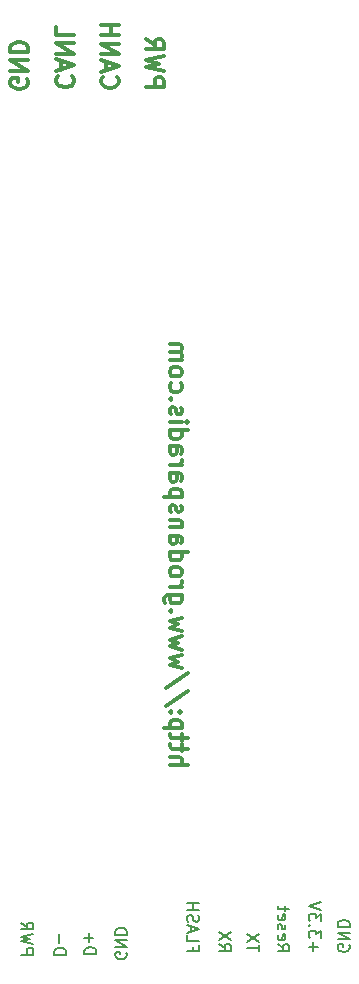
<source format=gbr>
%TF.GenerationSoftware,KiCad,Pcbnew,6.0.2+dfsg-1*%
%TF.CreationDate,2022-09-01T21:00:34+02:00*%
%TF.ProjectId,vscp-din-esp32-can-z102,76736370-2d64-4696-9e2d-65737033322d,rev?*%
%TF.SameCoordinates,Original*%
%TF.FileFunction,Legend,Bot*%
%TF.FilePolarity,Positive*%
%FSLAX46Y46*%
G04 Gerber Fmt 4.6, Leading zero omitted, Abs format (unit mm)*
G04 Created by KiCad (PCBNEW 6.0.2+dfsg-1) date 2022-09-01 21:00:34*
%MOMM*%
%LPD*%
G01*
G04 APERTURE LIST*
%ADD10C,0.200000*%
%ADD11C,0.300000*%
G04 APERTURE END LIST*
D10*
X157350000Y-145261904D02*
X157397619Y-145357142D01*
X157397619Y-145500000D01*
X157350000Y-145642857D01*
X157254761Y-145738095D01*
X157159523Y-145785714D01*
X156969047Y-145833333D01*
X156826190Y-145833333D01*
X156635714Y-145785714D01*
X156540476Y-145738095D01*
X156445238Y-145642857D01*
X156397619Y-145500000D01*
X156397619Y-145404761D01*
X156445238Y-145261904D01*
X156492857Y-145214285D01*
X156826190Y-145214285D01*
X156826190Y-145404761D01*
X156397619Y-144785714D02*
X157397619Y-144785714D01*
X156397619Y-144214285D01*
X157397619Y-144214285D01*
X156397619Y-143738095D02*
X157397619Y-143738095D01*
X157397619Y-143500000D01*
X157350000Y-143357142D01*
X157254761Y-143261904D01*
X157159523Y-143214285D01*
X156969047Y-143166666D01*
X156826190Y-143166666D01*
X156635714Y-143214285D01*
X156540476Y-143261904D01*
X156445238Y-143357142D01*
X156397619Y-143500000D01*
X156397619Y-143738095D01*
X154328571Y-145800000D02*
X154328571Y-145038095D01*
X153947619Y-145419047D02*
X154709523Y-145419047D01*
X154947619Y-144657142D02*
X154947619Y-144038095D01*
X154566666Y-144371428D01*
X154566666Y-144228571D01*
X154519047Y-144133333D01*
X154471428Y-144085714D01*
X154376190Y-144038095D01*
X154138095Y-144038095D01*
X154042857Y-144085714D01*
X153995238Y-144133333D01*
X153947619Y-144228571D01*
X153947619Y-144514285D01*
X153995238Y-144609523D01*
X154042857Y-144657142D01*
X154042857Y-143609523D02*
X153995238Y-143561904D01*
X153947619Y-143609523D01*
X153995238Y-143657142D01*
X154042857Y-143609523D01*
X153947619Y-143609523D01*
X154947619Y-143228571D02*
X154947619Y-142609523D01*
X154566666Y-142942857D01*
X154566666Y-142800000D01*
X154519047Y-142704761D01*
X154471428Y-142657142D01*
X154376190Y-142609523D01*
X154138095Y-142609523D01*
X154042857Y-142657142D01*
X153995238Y-142704761D01*
X153947619Y-142800000D01*
X153947619Y-143085714D01*
X153995238Y-143180952D01*
X154042857Y-143228571D01*
X154947619Y-142323809D02*
X153947619Y-141990476D01*
X154947619Y-141657142D01*
X151297619Y-145188095D02*
X151773809Y-145521428D01*
X151297619Y-145759523D02*
X152297619Y-145759523D01*
X152297619Y-145378571D01*
X152250000Y-145283333D01*
X152202380Y-145235714D01*
X152107142Y-145188095D01*
X151964285Y-145188095D01*
X151869047Y-145235714D01*
X151821428Y-145283333D01*
X151773809Y-145378571D01*
X151773809Y-145759523D01*
X151345238Y-144378571D02*
X151297619Y-144473809D01*
X151297619Y-144664285D01*
X151345238Y-144759523D01*
X151440476Y-144807142D01*
X151821428Y-144807142D01*
X151916666Y-144759523D01*
X151964285Y-144664285D01*
X151964285Y-144473809D01*
X151916666Y-144378571D01*
X151821428Y-144330952D01*
X151726190Y-144330952D01*
X151630952Y-144807142D01*
X151345238Y-143950000D02*
X151297619Y-143854761D01*
X151297619Y-143664285D01*
X151345238Y-143569047D01*
X151440476Y-143521428D01*
X151488095Y-143521428D01*
X151583333Y-143569047D01*
X151630952Y-143664285D01*
X151630952Y-143807142D01*
X151678571Y-143902380D01*
X151773809Y-143950000D01*
X151821428Y-143950000D01*
X151916666Y-143902380D01*
X151964285Y-143807142D01*
X151964285Y-143664285D01*
X151916666Y-143569047D01*
X151345238Y-142711904D02*
X151297619Y-142807142D01*
X151297619Y-142997619D01*
X151345238Y-143092857D01*
X151440476Y-143140476D01*
X151821428Y-143140476D01*
X151916666Y-143092857D01*
X151964285Y-142997619D01*
X151964285Y-142807142D01*
X151916666Y-142711904D01*
X151821428Y-142664285D01*
X151726190Y-142664285D01*
X151630952Y-143140476D01*
X151964285Y-142378571D02*
X151964285Y-141997619D01*
X152297619Y-142235714D02*
X151440476Y-142235714D01*
X151345238Y-142188095D01*
X151297619Y-142092857D01*
X151297619Y-141997619D01*
X149697619Y-145811904D02*
X149697619Y-145240476D01*
X148697619Y-145526190D02*
X149697619Y-145526190D01*
X149697619Y-145002380D02*
X148697619Y-144335714D01*
X149697619Y-144335714D02*
X148697619Y-145002380D01*
X146347619Y-145166666D02*
X146823809Y-145500000D01*
X146347619Y-145738095D02*
X147347619Y-145738095D01*
X147347619Y-145357142D01*
X147300000Y-145261904D01*
X147252380Y-145214285D01*
X147157142Y-145166666D01*
X147014285Y-145166666D01*
X146919047Y-145214285D01*
X146871428Y-145261904D01*
X146823809Y-145357142D01*
X146823809Y-145738095D01*
X147347619Y-144833333D02*
X146347619Y-144166666D01*
X147347619Y-144166666D02*
X146347619Y-144833333D01*
X144171428Y-145440476D02*
X144171428Y-145773809D01*
X143647619Y-145773809D02*
X144647619Y-145773809D01*
X144647619Y-145297619D01*
X143647619Y-144440476D02*
X143647619Y-144916666D01*
X144647619Y-144916666D01*
X143933333Y-144154761D02*
X143933333Y-143678571D01*
X143647619Y-144250000D02*
X144647619Y-143916666D01*
X143647619Y-143583333D01*
X143695238Y-143297619D02*
X143647619Y-143154761D01*
X143647619Y-142916666D01*
X143695238Y-142821428D01*
X143742857Y-142773809D01*
X143838095Y-142726190D01*
X143933333Y-142726190D01*
X144028571Y-142773809D01*
X144076190Y-142821428D01*
X144123809Y-142916666D01*
X144171428Y-143107142D01*
X144219047Y-143202380D01*
X144266666Y-143250000D01*
X144361904Y-143297619D01*
X144457142Y-143297619D01*
X144552380Y-143250000D01*
X144600000Y-143202380D01*
X144647619Y-143107142D01*
X144647619Y-142869047D01*
X144600000Y-142726190D01*
X143647619Y-142297619D02*
X144647619Y-142297619D01*
X144171428Y-142297619D02*
X144171428Y-141726190D01*
X143647619Y-141726190D02*
X144647619Y-141726190D01*
X134947619Y-146030952D02*
X135947619Y-146030952D01*
X135947619Y-145792857D01*
X135900000Y-145650000D01*
X135804761Y-145554761D01*
X135709523Y-145507142D01*
X135519047Y-145459523D01*
X135376190Y-145459523D01*
X135185714Y-145507142D01*
X135090476Y-145554761D01*
X134995238Y-145650000D01*
X134947619Y-145792857D01*
X134947619Y-146030952D01*
X135328571Y-145030952D02*
X135328571Y-144269047D01*
X134947619Y-144650000D02*
X135709523Y-144650000D01*
X132397619Y-146080952D02*
X133397619Y-146080952D01*
X133397619Y-145842857D01*
X133350000Y-145700000D01*
X133254761Y-145604761D01*
X133159523Y-145557142D01*
X132969047Y-145509523D01*
X132826190Y-145509523D01*
X132635714Y-145557142D01*
X132540476Y-145604761D01*
X132445238Y-145700000D01*
X132397619Y-145842857D01*
X132397619Y-146080952D01*
X132778571Y-145080952D02*
X132778571Y-144319047D01*
X138500000Y-145911904D02*
X138547619Y-146007142D01*
X138547619Y-146150000D01*
X138500000Y-146292857D01*
X138404761Y-146388095D01*
X138309523Y-146435714D01*
X138119047Y-146483333D01*
X137976190Y-146483333D01*
X137785714Y-146435714D01*
X137690476Y-146388095D01*
X137595238Y-146292857D01*
X137547619Y-146150000D01*
X137547619Y-146054761D01*
X137595238Y-145911904D01*
X137642857Y-145864285D01*
X137976190Y-145864285D01*
X137976190Y-146054761D01*
X137547619Y-145435714D02*
X138547619Y-145435714D01*
X137547619Y-144864285D01*
X138547619Y-144864285D01*
X137547619Y-144388095D02*
X138547619Y-144388095D01*
X138547619Y-144150000D01*
X138500000Y-144007142D01*
X138404761Y-143911904D01*
X138309523Y-143864285D01*
X138119047Y-143816666D01*
X137976190Y-143816666D01*
X137785714Y-143864285D01*
X137690476Y-143911904D01*
X137595238Y-144007142D01*
X137547619Y-144150000D01*
X137547619Y-144388095D01*
X129597619Y-146083333D02*
X130597619Y-146083333D01*
X130597619Y-145702380D01*
X130550000Y-145607142D01*
X130502380Y-145559523D01*
X130407142Y-145511904D01*
X130264285Y-145511904D01*
X130169047Y-145559523D01*
X130121428Y-145607142D01*
X130073809Y-145702380D01*
X130073809Y-146083333D01*
X130597619Y-145178571D02*
X129597619Y-144940476D01*
X130311904Y-144750000D01*
X129597619Y-144559523D01*
X130597619Y-144321428D01*
X129597619Y-143369047D02*
X130073809Y-143702380D01*
X129597619Y-143940476D02*
X130597619Y-143940476D01*
X130597619Y-143559523D01*
X130550000Y-143464285D01*
X130502380Y-143416666D01*
X130407142Y-143369047D01*
X130264285Y-143369047D01*
X130169047Y-143416666D01*
X130121428Y-143464285D01*
X130073809Y-143559523D01*
X130073809Y-143940476D01*
D11*
X130100000Y-71942857D02*
X130171428Y-72085714D01*
X130171428Y-72300000D01*
X130100000Y-72514285D01*
X129957142Y-72657142D01*
X129814285Y-72728571D01*
X129528571Y-72800000D01*
X129314285Y-72800000D01*
X129028571Y-72728571D01*
X128885714Y-72657142D01*
X128742857Y-72514285D01*
X128671428Y-72300000D01*
X128671428Y-72157142D01*
X128742857Y-71942857D01*
X128814285Y-71871428D01*
X129314285Y-71871428D01*
X129314285Y-72157142D01*
X128671428Y-71228571D02*
X130171428Y-71228571D01*
X128671428Y-70371428D01*
X130171428Y-70371428D01*
X128671428Y-69657142D02*
X130171428Y-69657142D01*
X130171428Y-69300000D01*
X130100000Y-69085714D01*
X129957142Y-68942857D01*
X129814285Y-68871428D01*
X129528571Y-68800000D01*
X129314285Y-68800000D01*
X129028571Y-68871428D01*
X128885714Y-68942857D01*
X128742857Y-69085714D01*
X128671428Y-69300000D01*
X128671428Y-69657142D01*
X132714285Y-71721428D02*
X132642857Y-71792857D01*
X132571428Y-72007142D01*
X132571428Y-72150000D01*
X132642857Y-72364285D01*
X132785714Y-72507142D01*
X132928571Y-72578571D01*
X133214285Y-72650000D01*
X133428571Y-72650000D01*
X133714285Y-72578571D01*
X133857142Y-72507142D01*
X134000000Y-72364285D01*
X134071428Y-72150000D01*
X134071428Y-72007142D01*
X134000000Y-71792857D01*
X133928571Y-71721428D01*
X133000000Y-71150000D02*
X133000000Y-70435714D01*
X132571428Y-71292857D02*
X134071428Y-70792857D01*
X132571428Y-70292857D01*
X132571428Y-69792857D02*
X134071428Y-69792857D01*
X132571428Y-68935714D01*
X134071428Y-68935714D01*
X132571428Y-67507142D02*
X132571428Y-68221428D01*
X134071428Y-68221428D01*
X136514285Y-71750000D02*
X136442857Y-71821428D01*
X136371428Y-72035714D01*
X136371428Y-72178571D01*
X136442857Y-72392857D01*
X136585714Y-72535714D01*
X136728571Y-72607142D01*
X137014285Y-72678571D01*
X137228571Y-72678571D01*
X137514285Y-72607142D01*
X137657142Y-72535714D01*
X137800000Y-72392857D01*
X137871428Y-72178571D01*
X137871428Y-72035714D01*
X137800000Y-71821428D01*
X137728571Y-71750000D01*
X136800000Y-71178571D02*
X136800000Y-70464285D01*
X136371428Y-71321428D02*
X137871428Y-70821428D01*
X136371428Y-70321428D01*
X136371428Y-69821428D02*
X137871428Y-69821428D01*
X136371428Y-68964285D01*
X137871428Y-68964285D01*
X136371428Y-68250000D02*
X137871428Y-68250000D01*
X137157142Y-68250000D02*
X137157142Y-67392857D01*
X136371428Y-67392857D02*
X137871428Y-67392857D01*
X140171428Y-72650000D02*
X141671428Y-72650000D01*
X141671428Y-72078571D01*
X141600000Y-71935714D01*
X141528571Y-71864285D01*
X141385714Y-71792857D01*
X141171428Y-71792857D01*
X141028571Y-71864285D01*
X140957142Y-71935714D01*
X140885714Y-72078571D01*
X140885714Y-72650000D01*
X141671428Y-71292857D02*
X140171428Y-70935714D01*
X141242857Y-70650000D01*
X140171428Y-70364285D01*
X141671428Y-70007142D01*
X140171428Y-68578571D02*
X140885714Y-69078571D01*
X140171428Y-69435714D02*
X141671428Y-69435714D01*
X141671428Y-68864285D01*
X141600000Y-68721428D01*
X141528571Y-68650000D01*
X141385714Y-68578571D01*
X141171428Y-68578571D01*
X141028571Y-68650000D01*
X140957142Y-68721428D01*
X140885714Y-68864285D01*
X140885714Y-69435714D01*
X142171428Y-129985714D02*
X143671428Y-129985714D01*
X142171428Y-129342857D02*
X142957142Y-129342857D01*
X143100000Y-129414285D01*
X143171428Y-129557142D01*
X143171428Y-129771428D01*
X143100000Y-129914285D01*
X143028571Y-129985714D01*
X143171428Y-128842857D02*
X143171428Y-128271428D01*
X143671428Y-128628571D02*
X142385714Y-128628571D01*
X142242857Y-128557142D01*
X142171428Y-128414285D01*
X142171428Y-128271428D01*
X143171428Y-127985714D02*
X143171428Y-127414285D01*
X143671428Y-127771428D02*
X142385714Y-127771428D01*
X142242857Y-127700000D01*
X142171428Y-127557142D01*
X142171428Y-127414285D01*
X143171428Y-126914285D02*
X141671428Y-126914285D01*
X143100000Y-126914285D02*
X143171428Y-126771428D01*
X143171428Y-126485714D01*
X143100000Y-126342857D01*
X143028571Y-126271428D01*
X142885714Y-126200000D01*
X142457142Y-126200000D01*
X142314285Y-126271428D01*
X142242857Y-126342857D01*
X142171428Y-126485714D01*
X142171428Y-126771428D01*
X142242857Y-126914285D01*
X142314285Y-125557142D02*
X142242857Y-125485714D01*
X142171428Y-125557142D01*
X142242857Y-125628571D01*
X142314285Y-125557142D01*
X142171428Y-125557142D01*
X143100000Y-125557142D02*
X143028571Y-125485714D01*
X142957142Y-125557142D01*
X143028571Y-125628571D01*
X143100000Y-125557142D01*
X142957142Y-125557142D01*
X143742857Y-123771428D02*
X141814285Y-125057142D01*
X143742857Y-122200000D02*
X141814285Y-123485714D01*
X143171428Y-121842857D02*
X142171428Y-121557142D01*
X142885714Y-121271428D01*
X142171428Y-120985714D01*
X143171428Y-120700000D01*
X143171428Y-120271428D02*
X142171428Y-119985714D01*
X142885714Y-119700000D01*
X142171428Y-119414285D01*
X143171428Y-119128571D01*
X143171428Y-118700000D02*
X142171428Y-118414285D01*
X142885714Y-118128571D01*
X142171428Y-117842857D01*
X143171428Y-117557142D01*
X142314285Y-116985714D02*
X142242857Y-116914285D01*
X142171428Y-116985714D01*
X142242857Y-117057142D01*
X142314285Y-116985714D01*
X142171428Y-116985714D01*
X143171428Y-115628571D02*
X141957142Y-115628571D01*
X141814285Y-115700000D01*
X141742857Y-115771428D01*
X141671428Y-115914285D01*
X141671428Y-116128571D01*
X141742857Y-116271428D01*
X142242857Y-115628571D02*
X142171428Y-115771428D01*
X142171428Y-116057142D01*
X142242857Y-116200000D01*
X142314285Y-116271428D01*
X142457142Y-116342857D01*
X142885714Y-116342857D01*
X143028571Y-116271428D01*
X143100000Y-116200000D01*
X143171428Y-116057142D01*
X143171428Y-115771428D01*
X143100000Y-115628571D01*
X142171428Y-114914285D02*
X143171428Y-114914285D01*
X142885714Y-114914285D02*
X143028571Y-114842857D01*
X143100000Y-114771428D01*
X143171428Y-114628571D01*
X143171428Y-114485714D01*
X142171428Y-113771428D02*
X142242857Y-113914285D01*
X142314285Y-113985714D01*
X142457142Y-114057142D01*
X142885714Y-114057142D01*
X143028571Y-113985714D01*
X143100000Y-113914285D01*
X143171428Y-113771428D01*
X143171428Y-113557142D01*
X143100000Y-113414285D01*
X143028571Y-113342857D01*
X142885714Y-113271428D01*
X142457142Y-113271428D01*
X142314285Y-113342857D01*
X142242857Y-113414285D01*
X142171428Y-113557142D01*
X142171428Y-113771428D01*
X142171428Y-111985714D02*
X143671428Y-111985714D01*
X142242857Y-111985714D02*
X142171428Y-112128571D01*
X142171428Y-112414285D01*
X142242857Y-112557142D01*
X142314285Y-112628571D01*
X142457142Y-112700000D01*
X142885714Y-112700000D01*
X143028571Y-112628571D01*
X143100000Y-112557142D01*
X143171428Y-112414285D01*
X143171428Y-112128571D01*
X143100000Y-111985714D01*
X142171428Y-110628571D02*
X142957142Y-110628571D01*
X143100000Y-110700000D01*
X143171428Y-110842857D01*
X143171428Y-111128571D01*
X143100000Y-111271428D01*
X142242857Y-110628571D02*
X142171428Y-110771428D01*
X142171428Y-111128571D01*
X142242857Y-111271428D01*
X142385714Y-111342857D01*
X142528571Y-111342857D01*
X142671428Y-111271428D01*
X142742857Y-111128571D01*
X142742857Y-110771428D01*
X142814285Y-110628571D01*
X143171428Y-109914285D02*
X142171428Y-109914285D01*
X143028571Y-109914285D02*
X143100000Y-109842857D01*
X143171428Y-109700000D01*
X143171428Y-109485714D01*
X143100000Y-109342857D01*
X142957142Y-109271428D01*
X142171428Y-109271428D01*
X142242857Y-108628571D02*
X142171428Y-108485714D01*
X142171428Y-108200000D01*
X142242857Y-108057142D01*
X142385714Y-107985714D01*
X142457142Y-107985714D01*
X142600000Y-108057142D01*
X142671428Y-108200000D01*
X142671428Y-108414285D01*
X142742857Y-108557142D01*
X142885714Y-108628571D01*
X142957142Y-108628571D01*
X143100000Y-108557142D01*
X143171428Y-108414285D01*
X143171428Y-108200000D01*
X143100000Y-108057142D01*
X143171428Y-107342857D02*
X141671428Y-107342857D01*
X143100000Y-107342857D02*
X143171428Y-107200000D01*
X143171428Y-106914285D01*
X143100000Y-106771428D01*
X143028571Y-106700000D01*
X142885714Y-106628571D01*
X142457142Y-106628571D01*
X142314285Y-106700000D01*
X142242857Y-106771428D01*
X142171428Y-106914285D01*
X142171428Y-107200000D01*
X142242857Y-107342857D01*
X142171428Y-105342857D02*
X142957142Y-105342857D01*
X143100000Y-105414285D01*
X143171428Y-105557142D01*
X143171428Y-105842857D01*
X143100000Y-105985714D01*
X142242857Y-105342857D02*
X142171428Y-105485714D01*
X142171428Y-105842857D01*
X142242857Y-105985714D01*
X142385714Y-106057142D01*
X142528571Y-106057142D01*
X142671428Y-105985714D01*
X142742857Y-105842857D01*
X142742857Y-105485714D01*
X142814285Y-105342857D01*
X142171428Y-104628571D02*
X143171428Y-104628571D01*
X142885714Y-104628571D02*
X143028571Y-104557142D01*
X143100000Y-104485714D01*
X143171428Y-104342857D01*
X143171428Y-104200000D01*
X142171428Y-103057142D02*
X142957142Y-103057142D01*
X143100000Y-103128571D01*
X143171428Y-103271428D01*
X143171428Y-103557142D01*
X143100000Y-103700000D01*
X142242857Y-103057142D02*
X142171428Y-103200000D01*
X142171428Y-103557142D01*
X142242857Y-103700000D01*
X142385714Y-103771428D01*
X142528571Y-103771428D01*
X142671428Y-103700000D01*
X142742857Y-103557142D01*
X142742857Y-103200000D01*
X142814285Y-103057142D01*
X142171428Y-101700000D02*
X143671428Y-101700000D01*
X142242857Y-101700000D02*
X142171428Y-101842857D01*
X142171428Y-102128571D01*
X142242857Y-102271428D01*
X142314285Y-102342857D01*
X142457142Y-102414285D01*
X142885714Y-102414285D01*
X143028571Y-102342857D01*
X143100000Y-102271428D01*
X143171428Y-102128571D01*
X143171428Y-101842857D01*
X143100000Y-101700000D01*
X142171428Y-100985714D02*
X143171428Y-100985714D01*
X143671428Y-100985714D02*
X143600000Y-101057142D01*
X143528571Y-100985714D01*
X143600000Y-100914285D01*
X143671428Y-100985714D01*
X143528571Y-100985714D01*
X142242857Y-100342857D02*
X142171428Y-100200000D01*
X142171428Y-99914285D01*
X142242857Y-99771428D01*
X142385714Y-99700000D01*
X142457142Y-99700000D01*
X142600000Y-99771428D01*
X142671428Y-99914285D01*
X142671428Y-100128571D01*
X142742857Y-100271428D01*
X142885714Y-100342857D01*
X142957142Y-100342857D01*
X143100000Y-100271428D01*
X143171428Y-100128571D01*
X143171428Y-99914285D01*
X143100000Y-99771428D01*
X142314285Y-99057142D02*
X142242857Y-98985714D01*
X142171428Y-99057142D01*
X142242857Y-99128571D01*
X142314285Y-99057142D01*
X142171428Y-99057142D01*
X142242857Y-97700000D02*
X142171428Y-97842857D01*
X142171428Y-98128571D01*
X142242857Y-98271428D01*
X142314285Y-98342857D01*
X142457142Y-98414285D01*
X142885714Y-98414285D01*
X143028571Y-98342857D01*
X143100000Y-98271428D01*
X143171428Y-98128571D01*
X143171428Y-97842857D01*
X143100000Y-97700000D01*
X142171428Y-96842857D02*
X142242857Y-96985714D01*
X142314285Y-97057142D01*
X142457142Y-97128571D01*
X142885714Y-97128571D01*
X143028571Y-97057142D01*
X143100000Y-96985714D01*
X143171428Y-96842857D01*
X143171428Y-96628571D01*
X143100000Y-96485714D01*
X143028571Y-96414285D01*
X142885714Y-96342857D01*
X142457142Y-96342857D01*
X142314285Y-96414285D01*
X142242857Y-96485714D01*
X142171428Y-96628571D01*
X142171428Y-96842857D01*
X142171428Y-95700000D02*
X143171428Y-95700000D01*
X143028571Y-95700000D02*
X143100000Y-95628571D01*
X143171428Y-95485714D01*
X143171428Y-95271428D01*
X143100000Y-95128571D01*
X142957142Y-95057142D01*
X142171428Y-95057142D01*
X142957142Y-95057142D02*
X143100000Y-94985714D01*
X143171428Y-94842857D01*
X143171428Y-94628571D01*
X143100000Y-94485714D01*
X142957142Y-94414285D01*
X142171428Y-94414285D01*
M02*

</source>
